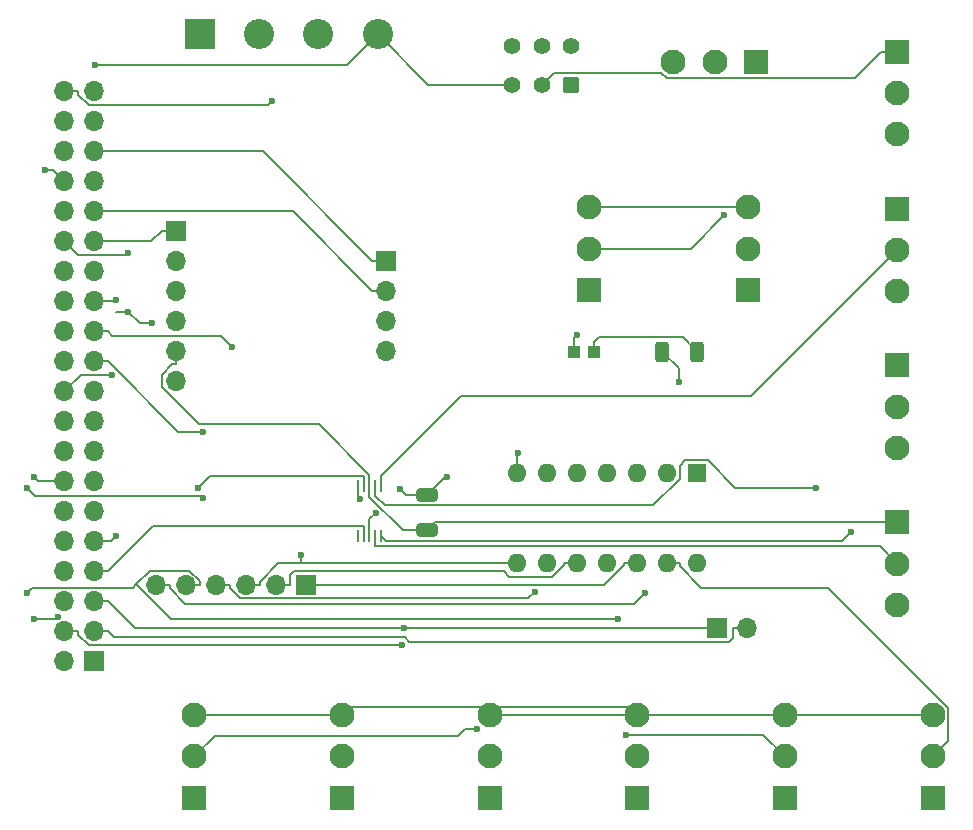
<source format=gtl>
%TF.GenerationSoftware,KiCad,Pcbnew,8.0.6*%
%TF.CreationDate,2025-02-04T19:04:09-05:00*%
%TF.ProjectId,Jetson_Extension_Board,4a657473-6f6e-45f4-9578-74656e73696f,rev?*%
%TF.SameCoordinates,Original*%
%TF.FileFunction,Copper,L1,Top*%
%TF.FilePolarity,Positive*%
%FSLAX46Y46*%
G04 Gerber Fmt 4.6, Leading zero omitted, Abs format (unit mm)*
G04 Created by KiCad (PCBNEW 8.0.6) date 2025-02-04 19:04:09*
%MOMM*%
%LPD*%
G01*
G04 APERTURE LIST*
G04 Aperture macros list*
%AMRoundRect*
0 Rectangle with rounded corners*
0 $1 Rounding radius*
0 $2 $3 $4 $5 $6 $7 $8 $9 X,Y pos of 4 corners*
0 Add a 4 corners polygon primitive as box body*
4,1,4,$2,$3,$4,$5,$6,$7,$8,$9,$2,$3,0*
0 Add four circle primitives for the rounded corners*
1,1,$1+$1,$2,$3*
1,1,$1+$1,$4,$5*
1,1,$1+$1,$6,$7*
1,1,$1+$1,$8,$9*
0 Add four rect primitives between the rounded corners*
20,1,$1+$1,$2,$3,$4,$5,0*
20,1,$1+$1,$4,$5,$6,$7,0*
20,1,$1+$1,$6,$7,$8,$9,0*
20,1,$1+$1,$8,$9,$2,$3,0*%
G04 Aperture macros list end*
%TA.AperFunction,ComponentPad*%
%ADD10R,2.550000X2.550000*%
%TD*%
%TA.AperFunction,ComponentPad*%
%ADD11C,2.550000*%
%TD*%
%TA.AperFunction,ComponentPad*%
%ADD12R,1.700000X1.700000*%
%TD*%
%TA.AperFunction,ComponentPad*%
%ADD13O,1.700000X1.700000*%
%TD*%
%TA.AperFunction,ComponentPad*%
%ADD14R,2.100000X2.100000*%
%TD*%
%TA.AperFunction,ComponentPad*%
%ADD15C,2.100000*%
%TD*%
%TA.AperFunction,SMDPad,CuDef*%
%ADD16R,0.250000X1.100000*%
%TD*%
%TA.AperFunction,SMDPad,CuDef*%
%ADD17R,1.100000X1.000000*%
%TD*%
%TA.AperFunction,ComponentPad*%
%ADD18RoundRect,0.250000X0.450000X0.450000X-0.450000X0.450000X-0.450000X-0.450000X0.450000X-0.450000X0*%
%TD*%
%TA.AperFunction,ComponentPad*%
%ADD19C,1.400000*%
%TD*%
%TA.AperFunction,ComponentPad*%
%ADD20R,1.600000X1.600000*%
%TD*%
%TA.AperFunction,ComponentPad*%
%ADD21O,1.600000X1.600000*%
%TD*%
%TA.AperFunction,SMDPad,CuDef*%
%ADD22RoundRect,0.250000X0.650000X-0.325000X0.650000X0.325000X-0.650000X0.325000X-0.650000X-0.325000X0*%
%TD*%
%TA.AperFunction,SMDPad,CuDef*%
%ADD23RoundRect,0.250000X-0.312500X-0.625000X0.312500X-0.625000X0.312500X0.625000X-0.312500X0.625000X0*%
%TD*%
%TA.AperFunction,ViaPad*%
%ADD24C,0.600000*%
%TD*%
%TA.AperFunction,Conductor*%
%ADD25C,0.200000*%
%TD*%
G04 APERTURE END LIST*
D10*
%TO.P,J19,1,Pin_1*%
%TO.N,SCL*%
X101110000Y-75510000D03*
D11*
%TO.P,J19,2,Pin_2*%
%TO.N,SDA*%
X106110000Y-75510000D03*
%TO.P,J19,3,Pin_3*%
%TO.N,GND*%
X111110000Y-75510000D03*
%TO.P,J19,4,Pin_4*%
%TO.N,3.3V*%
X116110000Y-75510000D03*
%TD*%
D12*
%TO.P,J15,1,Pin_1*%
%TO.N,COM 3*%
X116800000Y-94670000D03*
D13*
%TO.P,J15,2,Pin_2*%
%TO.N,IMU INT*%
X116800000Y-97210000D03*
%TO.P,J15,3,Pin_3*%
%TO.N,GND*%
X116800000Y-99750000D03*
%TO.P,J15,4,Pin_4*%
X116800000Y-102290000D03*
%TD*%
D12*
%TO.P,J14,1,Pin_1*%
%TO.N,IMU nRESET*%
X99025000Y-92145000D03*
D13*
%TO.P,J14,2,Pin_2*%
%TO.N,SCL*%
X99025000Y-94685000D03*
%TO.P,J14,3,Pin_3*%
%TO.N,SDA*%
X99025000Y-97225000D03*
%TO.P,J14,4,Pin_4*%
%TO.N,GND*%
X99025000Y-99765000D03*
%TO.P,J14,5,Pin_5*%
%TO.N,/ADC/3.3V*%
X99025000Y-102305000D03*
%TO.P,J14,6,Pin_6*%
%TO.N,unconnected-(J14-Pin_6-Pad6)*%
X99025000Y-104845000D03*
%TD*%
D14*
%TO.P,J3,1,1*%
%TO.N,GND*%
X125600000Y-140162500D03*
D15*
%TO.P,J3,2,2*%
%TO.N,Net-(J3-Pad2)*%
X125600000Y-136662500D03*
%TO.P,J3,3,3*%
%TO.N,/SchmittTrigger(74LV14)/5V*%
X125600000Y-133162500D03*
%TD*%
D14*
%TO.P,J7,1,1*%
%TO.N,/ADC/3.3V*%
X160100000Y-116837500D03*
D15*
%TO.P,J7,2,2*%
%TO.N,/ADC/Signal 1*%
X160100000Y-120337500D03*
%TO.P,J7,3,3*%
%TO.N,GND*%
X160100000Y-123837500D03*
%TD*%
D14*
%TO.P,J4,1,1*%
%TO.N,GND*%
X113100000Y-140162500D03*
D15*
%TO.P,J4,2,2*%
%TO.N,Net-(J4-Pad2)*%
X113100000Y-136662500D03*
%TO.P,J4,3,3*%
%TO.N,/SchmittTrigger(74LV14)/5V*%
X113100000Y-133162500D03*
%TD*%
D16*
%TO.P,U4,1,ADDR*%
%TO.N,unconnected-(U4-ADDR-Pad1)*%
X114430000Y-118030000D03*
%TO.P,U4,2,ALERT/RDY*%
%TO.N,ADC ALERT*%
X114930000Y-118030000D03*
%TO.P,U4,3,GND*%
%TO.N,GND*%
X115430000Y-118030000D03*
%TO.P,U4,4,AIN0*%
%TO.N,/ADC/Signal 1*%
X115930000Y-118030000D03*
%TO.P,U4,5,AIN1*%
%TO.N,/ADC/Signal 2*%
X116430000Y-118030000D03*
%TO.P,U4,6,AIN2*%
%TO.N,/ADC/Signal 3*%
X116430000Y-113730000D03*
%TO.P,U4,7,AIN3*%
%TO.N,/ADC/Signal 4*%
X115930000Y-113730000D03*
%TO.P,U4,8,VDD*%
%TO.N,/ADC/3.3V*%
X115430000Y-113730000D03*
%TO.P,U4,9,SDA*%
%TO.N,SDA*%
X114930000Y-113730000D03*
%TO.P,U4,10,SCL*%
%TO.N,SCL*%
X114430000Y-113730000D03*
%TD*%
D12*
%TO.P,J6,1,Pin_1*%
%TO.N,3.3V*%
X92140000Y-128620000D03*
D13*
%TO.P,J6,2,Pin_2*%
%TO.N,5V*%
X89600000Y-128620000D03*
%TO.P,J6,3,Pin_3*%
%TO.N,SDA*%
X92140000Y-126080000D03*
%TO.P,J6,4,Pin_4*%
%TO.N,5V*%
X89600000Y-126080000D03*
%TO.P,J6,5,Pin_5*%
%TO.N,SCL*%
X92140000Y-123540000D03*
%TO.P,J6,6,Pin_6*%
%TO.N,GND*%
X89600000Y-123540000D03*
%TO.P,J6,7,Pin_7*%
%TO.N,ADC ALERT*%
X92140000Y-121000000D03*
%TO.P,J6,8,Pin_8*%
%TO.N,/UART_2_TX*%
X89600000Y-121000000D03*
%TO.P,J6,9,Pin_9*%
%TO.N,GND*%
X92140000Y-118460000D03*
%TO.P,J6,10,Pin_10*%
%TO.N,/UART_2_RX*%
X89600000Y-118460000D03*
%TO.P,J6,11,Pin_11*%
%TO.N,/gpio50*%
X92140000Y-115920000D03*
%TO.P,J6,12,Pin_12*%
%TO.N,/gpio79*%
X89600000Y-115920000D03*
%TO.P,J6,13,Pin_13*%
%TO.N,/gpio14*%
X92140000Y-113380000D03*
%TO.P,J6,14,Pin_14*%
%TO.N,GND*%
X89600000Y-113380000D03*
%TO.P,J6,15,Pin_15*%
%TO.N,/gpio194*%
X92140000Y-110840000D03*
%TO.P,J6,16,Pin_16*%
%TO.N,/gpio232*%
X89600000Y-110840000D03*
%TO.P,J6,17,Pin_17*%
%TO.N,3.3V*%
X92140000Y-108300000D03*
%TO.P,J6,18,Pin_18*%
%TO.N,/gpio15*%
X89600000Y-108300000D03*
%TO.P,J6,19,Pin_19*%
%TO.N,/gpio16*%
X92140000Y-105760000D03*
%TO.P,J6,20,Pin_20*%
%TO.N,GND*%
X89600000Y-105760000D03*
%TO.P,J6,21,Pin_21*%
%TO.N,ST 6*%
X92140000Y-103220000D03*
%TO.P,J6,22,Pin_22*%
%TO.N,/gpio13*%
X89600000Y-103220000D03*
%TO.P,J6,23,Pin_23*%
%TO.N,ST 5*%
X92140000Y-100680000D03*
%TO.P,J6,24,Pin_24*%
%TO.N,/gpio19*%
X89600000Y-100680000D03*
%TO.P,J6,25,Pin_25*%
%TO.N,GND*%
X92140000Y-98140000D03*
%TO.P,J6,26,Pin_26*%
%TO.N,/gpio20*%
X89600000Y-98140000D03*
%TO.P,J6,27,Pin_27*%
%TO.N,/I2C_1_SDA*%
X92140000Y-95600000D03*
%TO.P,J6,28,Pin_28*%
%TO.N,/I2C_1_SCL*%
X89600000Y-95600000D03*
%TO.P,J6,29,Pin_29*%
%TO.N,IMU nRESET*%
X92140000Y-93060000D03*
%TO.P,J6,30,Pin_30*%
%TO.N,GND*%
X89600000Y-93060000D03*
%TO.P,J6,31,Pin_31*%
%TO.N,IMU INT*%
X92140000Y-90520000D03*
%TO.P,J6,32,Pin_32*%
%TO.N,ST 1*%
X89600000Y-90520000D03*
%TO.P,J6,33,Pin_33*%
%TO.N,/gpio38*%
X92140000Y-87980000D03*
%TO.P,J6,34,Pin_34*%
%TO.N,GND*%
X89600000Y-87980000D03*
%TO.P,J6,35,Pin_35*%
%TO.N,COM 3*%
X92140000Y-85440000D03*
%TO.P,J6,36,Pin_36*%
%TO.N,ST 2*%
X89600000Y-85440000D03*
%TO.P,J6,37,Pin_37*%
%TO.N,/gpio12*%
X92140000Y-82900000D03*
%TO.P,J6,38,Pin_38*%
%TO.N,ST 3*%
X89600000Y-82900000D03*
%TO.P,J6,39,Pin_39*%
%TO.N,GND*%
X92140000Y-80360000D03*
%TO.P,J6,40,Pin_40*%
%TO.N,ST 4*%
X89600000Y-80360000D03*
%TD*%
D14*
%TO.P,J10,1,1*%
%TO.N,/ADC/3.3V*%
X160100000Y-77000000D03*
D15*
%TO.P,J10,2,2*%
%TO.N,/ADC/Signal 4*%
X160100000Y-80500000D03*
%TO.P,J10,3,3*%
%TO.N,GND*%
X160100000Y-84000000D03*
%TD*%
D12*
%TO.P,J11,1,Pin_1*%
%TO.N,ST 6*%
X110070000Y-122130000D03*
D13*
%TO.P,J11,2,Pin_2*%
%TO.N,ST 5*%
X107530000Y-122130000D03*
%TO.P,J11,3,Pin_3*%
%TO.N,ST 4*%
X104990000Y-122130000D03*
%TO.P,J11,4,Pin_4*%
%TO.N,ST 3*%
X102450000Y-122130000D03*
%TO.P,J11,5,Pin_5*%
%TO.N,ST 2*%
X99910000Y-122130000D03*
%TO.P,J11,6,Pin_6*%
%TO.N,ST 1*%
X97370000Y-122130000D03*
%TD*%
D14*
%TO.P,J8,1,1*%
%TO.N,/ADC/3.3V*%
X160100000Y-103558300D03*
D15*
%TO.P,J8,2,2*%
%TO.N,/ADC/Signal 2*%
X160100000Y-107058300D03*
%TO.P,J8,3,3*%
%TO.N,GND*%
X160100000Y-110558300D03*
%TD*%
D14*
%TO.P,J9,1,1*%
%TO.N,/ADC/3.3V*%
X160100000Y-90279200D03*
D15*
%TO.P,J9,2,2*%
%TO.N,/ADC/Signal 3*%
X160100000Y-93779200D03*
%TO.P,J9,3,3*%
%TO.N,GND*%
X160100000Y-97279200D03*
%TD*%
D12*
%TO.P,J1,1,Pin_1*%
%TO.N,SCL*%
X144860000Y-125800000D03*
D13*
%TO.P,J1,2,Pin_2*%
%TO.N,SDA*%
X147400000Y-125800000D03*
%TD*%
D14*
%TO.P,J16,1,1*%
%TO.N,GND*%
X134000000Y-97162500D03*
D15*
%TO.P,J16,2,2*%
%TO.N,Net-(J16-Pad2)*%
X134000000Y-93662500D03*
%TO.P,J16,3,3*%
%TO.N,5V*%
X134000000Y-90162500D03*
%TD*%
D17*
%TO.P,D1,1*%
%TO.N,GND*%
X132750000Y-102400000D03*
%TO.P,D1,2*%
%TO.N,Net-(D1-Pad2)*%
X134450000Y-102400000D03*
%TD*%
D18*
%TO.P,SW1,1,A*%
%TO.N,GND*%
X132500000Y-79800000D03*
D19*
%TO.P,SW1,2,B*%
%TO.N,/ADC/3.3V*%
X130000000Y-79800000D03*
%TO.P,SW1,3,C*%
%TO.N,3.3V*%
X127500000Y-79800000D03*
%TO.P,SW1,4,A*%
%TO.N,5V*%
X127500000Y-76500000D03*
%TO.P,SW1,5,B*%
%TO.N,/SchmittTrigger(74LV14)/5V*%
X130000000Y-76500000D03*
%TO.P,SW1,6,C*%
%TO.N,GND*%
X132500000Y-76500000D03*
%TD*%
D14*
%TO.P,J13,1,1*%
%TO.N,GND*%
X163100000Y-140162500D03*
D15*
%TO.P,J13,2,2*%
%TO.N,Net-(J13-Pad2)*%
X163100000Y-136662500D03*
%TO.P,J13,3,3*%
%TO.N,/SchmittTrigger(74LV14)/5V*%
X163100000Y-133162500D03*
%TD*%
D14*
%TO.P,J12,1,1*%
%TO.N,GND*%
X150600000Y-140162500D03*
D15*
%TO.P,J12,2,2*%
%TO.N,Net-(J12-Pad2)*%
X150600000Y-136662500D03*
%TO.P,J12,3,3*%
%TO.N,/SchmittTrigger(74LV14)/5V*%
X150600000Y-133162500D03*
%TD*%
D20*
%TO.P,U2,1*%
%TO.N,Net-(J2-Pad2)*%
X143125000Y-112700000D03*
D21*
%TO.P,U2,2*%
%TO.N,ST 1*%
X140585000Y-112700000D03*
%TO.P,U2,3*%
%TO.N,Net-(J3-Pad2)*%
X138045000Y-112700000D03*
%TO.P,U2,4*%
%TO.N,ST 2*%
X135505000Y-112700000D03*
%TO.P,U2,5*%
%TO.N,Net-(J4-Pad2)*%
X132965000Y-112700000D03*
%TO.P,U2,6*%
%TO.N,ST 3*%
X130425000Y-112700000D03*
%TO.P,U2,7,GND*%
%TO.N,GND*%
X127885000Y-112700000D03*
%TO.P,U2,8*%
%TO.N,ST 4*%
X127885000Y-120320000D03*
%TO.P,U2,9*%
%TO.N,Net-(J5-Pad2)*%
X130425000Y-120320000D03*
%TO.P,U2,10*%
%TO.N,ST 5*%
X132965000Y-120320000D03*
%TO.P,U2,11*%
%TO.N,Net-(J12-Pad2)*%
X135505000Y-120320000D03*
%TO.P,U2,12*%
%TO.N,ST 6*%
X138045000Y-120320000D03*
%TO.P,U2,13*%
%TO.N,Net-(J13-Pad2)*%
X140585000Y-120320000D03*
%TO.P,U2,14,3.3V*%
%TO.N,/SchmittTrigger(74LV14)/5V*%
X143125000Y-120320000D03*
%TD*%
D14*
%TO.P,J2,1,1*%
%TO.N,GND*%
X138100000Y-140162500D03*
D15*
%TO.P,J2,2,2*%
%TO.N,Net-(J2-Pad2)*%
X138100000Y-136662500D03*
%TO.P,J2,3,3*%
%TO.N,/SchmittTrigger(74LV14)/5V*%
X138100000Y-133162500D03*
%TD*%
D22*
%TO.P,C2,1*%
%TO.N,/ADC/3.3V*%
X120300000Y-117475000D03*
%TO.P,C2,2*%
%TO.N,GND*%
X120300000Y-114525000D03*
%TD*%
D14*
%TO.P,J5,1,1*%
%TO.N,GND*%
X100600000Y-140162500D03*
D15*
%TO.P,J5,2,2*%
%TO.N,Net-(J5-Pad2)*%
X100600000Y-136662500D03*
%TO.P,J5,3,3*%
%TO.N,/SchmittTrigger(74LV14)/5V*%
X100600000Y-133162500D03*
%TD*%
D14*
%TO.P,J17,1,1*%
%TO.N,GND*%
X147500000Y-97162500D03*
D15*
%TO.P,J17,2,2*%
%TO.N,Net-(J17-Pad2)*%
X147500000Y-93662500D03*
%TO.P,J17,3,3*%
%TO.N,5V*%
X147500000Y-90162500D03*
%TD*%
D23*
%TO.P,R3,1*%
%TO.N,/SchmittTrigger(74LV14)/5V*%
X140237500Y-102400000D03*
%TO.P,R3,2*%
%TO.N,Net-(D1-Pad2)*%
X143162500Y-102400000D03*
%TD*%
D14*
%TO.P,J18,1,1*%
%TO.N,Net-(J16-Pad2)*%
X148162500Y-77900000D03*
D15*
%TO.P,J18,2,2*%
%TO.N,Net-(J17-Pad2)*%
X144662500Y-77900000D03*
%TO.P,J18,3,3*%
%TO.N,GND*%
X141162500Y-77900000D03*
%TD*%
D24*
%TO.N,GND*%
X122000000Y-113000000D03*
X118000000Y-114000000D03*
X93611585Y-104388415D03*
X128000000Y-111000000D03*
X115964835Y-116035165D03*
X87000000Y-125000000D03*
X89024000Y-124859047D03*
X133000000Y-101000000D03*
X95000000Y-99000000D03*
X97000000Y-100000000D03*
X88000000Y-87000000D03*
X94000000Y-98000000D03*
X95000000Y-94000000D03*
X87009900Y-113000000D03*
X94000000Y-118000000D03*
%TO.N,Net-(J16-Pad2)*%
X145486500Y-90833400D03*
%TO.N,Net-(J12-Pad2)*%
X137134200Y-134828300D03*
%TO.N,ST 5*%
X103813100Y-101958300D03*
%TO.N,/SchmittTrigger(74LV14)/5V*%
X141639200Y-104990000D03*
%TO.N,/ADC/Signal 2*%
X156187700Y-117653200D03*
%TO.N,/ADC/Signal 4*%
X153278000Y-113909300D03*
%TO.N,ST 6*%
X101297000Y-109156100D03*
%TO.N,ST 2*%
X86409900Y-122828600D03*
X136439800Y-125007600D03*
%TO.N,ST 3*%
X129435300Y-122733200D03*
X86409900Y-113909300D03*
X101356800Y-114802600D03*
%TO.N,ST 1*%
X138729500Y-122828600D03*
%TO.N,SDA*%
X100903400Y-113909300D03*
%TO.N,SCL*%
X118360000Y-125800100D03*
X114663500Y-114837900D03*
%TO.N,ST 4*%
X109632500Y-119623600D03*
X107193800Y-81205200D03*
%TO.N,Net-(J5-Pad2)*%
X124541400Y-134313300D03*
%TO.N,5V*%
X118157200Y-127182000D03*
%TO.N,3.3V*%
X92174300Y-78127800D03*
%TD*%
D25*
%TO.N,GND*%
X121825000Y-113000000D02*
X122000000Y-113000000D01*
X120300000Y-114525000D02*
X121825000Y-113000000D01*
X118525000Y-114525000D02*
X118000000Y-114000000D01*
X120300000Y-114525000D02*
X118525000Y-114525000D01*
X90971585Y-104388415D02*
X93611585Y-104388415D01*
X89600000Y-105760000D02*
X90971585Y-104388415D01*
X127885000Y-111115000D02*
X128000000Y-111000000D01*
X127885000Y-112700000D02*
X127885000Y-111115000D01*
X115430000Y-116570000D02*
X115964835Y-116035165D01*
X115430000Y-118030000D02*
X115430000Y-116570000D01*
X89024000Y-124859047D02*
X88883047Y-125000000D01*
X88883047Y-125000000D02*
X87000000Y-125000000D01*
X132750000Y-101250000D02*
X133000000Y-101000000D01*
X132750000Y-102400000D02*
X132750000Y-101250000D01*
X96000000Y-100000000D02*
X95000000Y-99000000D01*
X97000000Y-100000000D02*
X96000000Y-100000000D01*
X95000000Y-99000000D02*
X94000000Y-99000000D01*
X88620000Y-87000000D02*
X88000000Y-87000000D01*
X89600000Y-87980000D02*
X88620000Y-87000000D01*
X93860000Y-98140000D02*
X94000000Y-98000000D01*
X92140000Y-98140000D02*
X93860000Y-98140000D01*
X94790000Y-94210000D02*
X95000000Y-94000000D01*
X90750000Y-94210000D02*
X94790000Y-94210000D01*
X89600000Y-93060000D02*
X90750000Y-94210000D01*
X87389900Y-113380000D02*
X87009900Y-113000000D01*
X89600000Y-113380000D02*
X87389900Y-113380000D01*
X93540000Y-118460000D02*
X94000000Y-118000000D01*
X92140000Y-118460000D02*
X93540000Y-118460000D01*
%TO.N,Net-(J16-Pad2)*%
X142657400Y-93662500D02*
X145486500Y-90833400D01*
X134000000Y-93662500D02*
X142657400Y-93662500D01*
%TO.N,Net-(J13-Pad2)*%
X141686700Y-120548300D02*
X141686700Y-120320000D01*
X143533700Y-122395300D02*
X141686700Y-120548300D01*
X154248800Y-122395300D02*
X143533700Y-122395300D01*
X164452400Y-132598900D02*
X154248800Y-122395300D01*
X164452400Y-135310100D02*
X164452400Y-132598900D01*
X163100000Y-136662500D02*
X164452400Y-135310100D01*
X140585000Y-120320000D02*
X141686700Y-120320000D01*
%TO.N,Net-(J12-Pad2)*%
X148765800Y-134828300D02*
X150600000Y-136662500D01*
X137134200Y-134828300D02*
X148765800Y-134828300D01*
%TO.N,ST 5*%
X102889800Y-101035000D02*
X103813100Y-101958300D01*
X93646700Y-101035000D02*
X102889800Y-101035000D01*
X93291700Y-100680000D02*
X93646700Y-101035000D01*
X92140000Y-100680000D02*
X93291700Y-100680000D01*
X108681700Y-121315500D02*
X108681700Y-122130000D01*
X109018900Y-120978300D02*
X108681700Y-121315500D01*
X126783300Y-120978300D02*
X109018900Y-120978300D01*
X127245200Y-121440200D02*
X126783300Y-120978300D01*
X130880800Y-121440200D02*
X127245200Y-121440200D01*
X131863300Y-120457700D02*
X130880800Y-121440200D01*
X131863300Y-120320000D02*
X131863300Y-120457700D01*
X132965000Y-120320000D02*
X131863300Y-120320000D01*
X107530000Y-122130000D02*
X108681700Y-122130000D01*
%TO.N,Net-(D1-Pad2)*%
X134863100Y-101185200D02*
X134450000Y-101598300D01*
X141947700Y-101185200D02*
X134863100Y-101185200D01*
X143162500Y-102400000D02*
X141947700Y-101185200D01*
X134450000Y-102400000D02*
X134450000Y-101598300D01*
%TO.N,/SchmittTrigger(74LV14)/5V*%
X141639200Y-103801700D02*
X141639200Y-104990000D01*
X140237500Y-102400000D02*
X141639200Y-103801700D01*
X100600000Y-133162500D02*
X113100000Y-133162500D01*
X138100000Y-133162500D02*
X125600000Y-133162500D01*
X150600000Y-133162500D02*
X138100000Y-133162500D01*
X163100000Y-133162500D02*
X150600000Y-133162500D01*
X137425500Y-132488000D02*
X138100000Y-133162500D01*
X113774500Y-132488000D02*
X137425500Y-132488000D01*
X113100000Y-133162500D02*
X113774500Y-132488000D01*
%TO.N,/ADC/3.3V*%
X156496600Y-79251700D02*
X158748300Y-77000000D01*
X140602600Y-79251700D02*
X156496600Y-79251700D01*
X140109300Y-78758400D02*
X140602600Y-79251700D01*
X131041600Y-78758400D02*
X140109300Y-78758400D01*
X130000000Y-79800000D02*
X131041600Y-78758400D01*
X160100000Y-77000000D02*
X158748300Y-77000000D01*
X160100000Y-116837500D02*
X158748300Y-116837500D01*
X115430000Y-114651800D02*
X115430000Y-113730000D01*
X118253200Y-117475000D02*
X115430000Y-114651800D01*
X120300000Y-117475000D02*
X118253200Y-117475000D01*
X99025000Y-102305000D02*
X99025000Y-103456700D01*
X98737100Y-103456700D02*
X99025000Y-103456700D01*
X97852200Y-104341600D02*
X98737100Y-103456700D01*
X97852200Y-105372200D02*
X97852200Y-104341600D01*
X101034400Y-108554400D02*
X97852200Y-105372200D01*
X111188100Y-108554400D02*
X101034400Y-108554400D01*
X115430000Y-112796300D02*
X111188100Y-108554400D01*
X115430000Y-113730000D02*
X115430000Y-112796300D01*
X120937500Y-116837500D02*
X120300000Y-117475000D01*
X158748300Y-116837500D02*
X120937500Y-116837500D01*
%TO.N,/ADC/Signal 2*%
X155424600Y-118416300D02*
X156187700Y-117653200D01*
X116816300Y-118416300D02*
X155424600Y-118416300D01*
X116430000Y-118030000D02*
X116816300Y-118416300D01*
%TO.N,/ADC/Signal 1*%
X115930000Y-118030000D02*
X115930000Y-118881700D01*
X158644200Y-118881700D02*
X160100000Y-120337500D01*
X115930000Y-118881700D02*
X158644200Y-118881700D01*
%TO.N,/ADC/Signal 3*%
X123199300Y-106109000D02*
X116430000Y-112878300D01*
X147770200Y-106109000D02*
X123199300Y-106109000D01*
X160100000Y-93779200D02*
X147770200Y-106109000D01*
X116430000Y-113730000D02*
X116430000Y-112878300D01*
%TO.N,/ADC/Signal 4*%
X115930000Y-113730000D02*
X115930000Y-114581700D01*
X116752100Y-115403800D02*
X115930000Y-114581700D01*
X139439300Y-115403800D02*
X116752100Y-115403800D01*
X141686700Y-113156400D02*
X139439300Y-115403800D01*
X141686700Y-112082000D02*
X141686700Y-113156400D01*
X142170400Y-111598300D02*
X141686700Y-112082000D01*
X144050000Y-111598300D02*
X142170400Y-111598300D01*
X146360900Y-113909200D02*
X144050000Y-111598300D01*
X146360900Y-113909300D02*
X146360900Y-113909200D01*
X153278000Y-113909300D02*
X146360900Y-113909300D01*
%TO.N,ST 6*%
X138045000Y-120320000D02*
X136943300Y-120320000D01*
X99227800Y-109156100D02*
X93291700Y-103220000D01*
X101297000Y-109156100D02*
X99227800Y-109156100D01*
X92140000Y-103220000D02*
X93291700Y-103220000D01*
X135271000Y-122130000D02*
X110070000Y-122130000D01*
X136943300Y-120457700D02*
X135271000Y-122130000D01*
X136943300Y-120320000D02*
X136943300Y-120457700D01*
%TO.N,ST 2*%
X99910000Y-122130000D02*
X101061700Y-122130000D01*
X98590400Y-125007600D02*
X95677700Y-122094800D01*
X136439800Y-125007600D02*
X98590400Y-125007600D01*
X96844500Y-120928000D02*
X95677700Y-122094800D01*
X100147600Y-120928000D02*
X96844500Y-120928000D01*
X101061700Y-121842100D02*
X100147600Y-120928000D01*
X101061700Y-122130000D02*
X101061700Y-121842100D01*
X86864000Y-122374500D02*
X86409900Y-122828600D01*
X95398000Y-122374500D02*
X86864000Y-122374500D01*
X95677700Y-122094800D02*
X95398000Y-122374500D01*
%TO.N,COM 3*%
X106418300Y-85440000D02*
X115648300Y-94670000D01*
X92140000Y-85440000D02*
X106418300Y-85440000D01*
X116800000Y-94670000D02*
X115648300Y-94670000D01*
%TO.N,IMU INT*%
X108958300Y-90520000D02*
X115648300Y-97210000D01*
X92140000Y-90520000D02*
X108958300Y-90520000D01*
X116800000Y-97210000D02*
X115648300Y-97210000D01*
%TO.N,ST 3*%
X128882500Y-123286000D02*
X129435300Y-122733200D01*
X104469800Y-123286000D02*
X128882500Y-123286000D01*
X103601700Y-122417900D02*
X104469800Y-123286000D01*
X103601700Y-122130000D02*
X103601700Y-122417900D01*
X102450000Y-122130000D02*
X103601700Y-122130000D01*
X101204200Y-114650000D02*
X101356800Y-114802600D01*
X87150600Y-114650000D02*
X101204200Y-114650000D01*
X86409900Y-113909300D02*
X87150600Y-114650000D01*
%TO.N,ADC ALERT*%
X97113400Y-117178300D02*
X114930000Y-117178300D01*
X93291700Y-121000000D02*
X97113400Y-117178300D01*
X92140000Y-121000000D02*
X93291700Y-121000000D01*
X114930000Y-118030000D02*
X114930000Y-117178300D01*
%TO.N,ST 1*%
X137826600Y-123731500D02*
X138729500Y-122828600D01*
X99835300Y-123731500D02*
X137826600Y-123731500D01*
X98521700Y-122417900D02*
X99835300Y-123731500D01*
X98521700Y-122130000D02*
X98521700Y-122417900D01*
X97370000Y-122130000D02*
X98521700Y-122130000D01*
%TO.N,SDA*%
X101934400Y-112878300D02*
X100903400Y-113909300D01*
X114930000Y-112878300D02*
X101934400Y-112878300D01*
X114930000Y-113730000D02*
X114930000Y-112878300D01*
X147400000Y-125800000D02*
X146248300Y-125800000D01*
X92140000Y-126080000D02*
X93291700Y-126080000D01*
X93792000Y-126580300D02*
X93291700Y-126080000D01*
X118406400Y-126580300D02*
X93792000Y-126580300D01*
X118801800Y-126975700D02*
X118406400Y-126580300D01*
X145864400Y-126975700D02*
X118801800Y-126975700D01*
X146248300Y-126591800D02*
X145864400Y-126975700D01*
X146248300Y-125800000D02*
X146248300Y-126591800D01*
%TO.N,SCL*%
X92140000Y-123540000D02*
X93291700Y-123540000D01*
X114430000Y-114604400D02*
X114430000Y-113730000D01*
X114663500Y-114837900D02*
X114430000Y-114604400D01*
X118360000Y-125800000D02*
X118360000Y-125800100D01*
X144860000Y-125800000D02*
X118360000Y-125800000D01*
X95551700Y-125800000D02*
X93291700Y-123540000D01*
X118360000Y-125800000D02*
X95551700Y-125800000D01*
%TO.N,IMU nRESET*%
X96958300Y-93060000D02*
X97873300Y-92145000D01*
X92140000Y-93060000D02*
X96958300Y-93060000D01*
X99025000Y-92145000D02*
X97873300Y-92145000D01*
%TO.N,ST 4*%
X104990000Y-122130000D02*
X106141700Y-122130000D01*
X90751700Y-80628500D02*
X90751700Y-80360000D01*
X91647000Y-81523800D02*
X90751700Y-80628500D01*
X106875200Y-81523800D02*
X91647000Y-81523800D01*
X107193800Y-81205200D02*
X106875200Y-81523800D01*
X89600000Y-80360000D02*
X90751700Y-80360000D01*
X127885000Y-120320000D02*
X126783300Y-120320000D01*
X109632500Y-120320000D02*
X126783300Y-120320000D01*
X107683200Y-120320000D02*
X109632500Y-120320000D01*
X106141700Y-121861500D02*
X107683200Y-120320000D01*
X106141700Y-122130000D02*
X106141700Y-121861500D01*
X109632500Y-120320000D02*
X109632500Y-119623600D01*
%TO.N,Net-(J5-Pad2)*%
X102350000Y-134912500D02*
X100600000Y-136662500D01*
X122903300Y-134912500D02*
X102350000Y-134912500D01*
X123502500Y-134313300D02*
X122903300Y-134912500D01*
X124541400Y-134313300D02*
X123502500Y-134313300D01*
%TO.N,5V*%
X147500000Y-90162500D02*
X134000000Y-90162500D01*
X90751700Y-126348500D02*
X90751700Y-126080000D01*
X91642200Y-127239000D02*
X90751700Y-126348500D01*
X118100200Y-127239000D02*
X91642200Y-127239000D01*
X118157200Y-127182000D02*
X118100200Y-127239000D01*
X89600000Y-126080000D02*
X90751700Y-126080000D01*
%TO.N,3.3V*%
X120400000Y-79800000D02*
X116110000Y-75510000D01*
X127500000Y-79800000D02*
X120400000Y-79800000D01*
X113492200Y-78127800D02*
X116110000Y-75510000D01*
X92174300Y-78127800D02*
X113492200Y-78127800D01*
%TD*%
M02*

</source>
